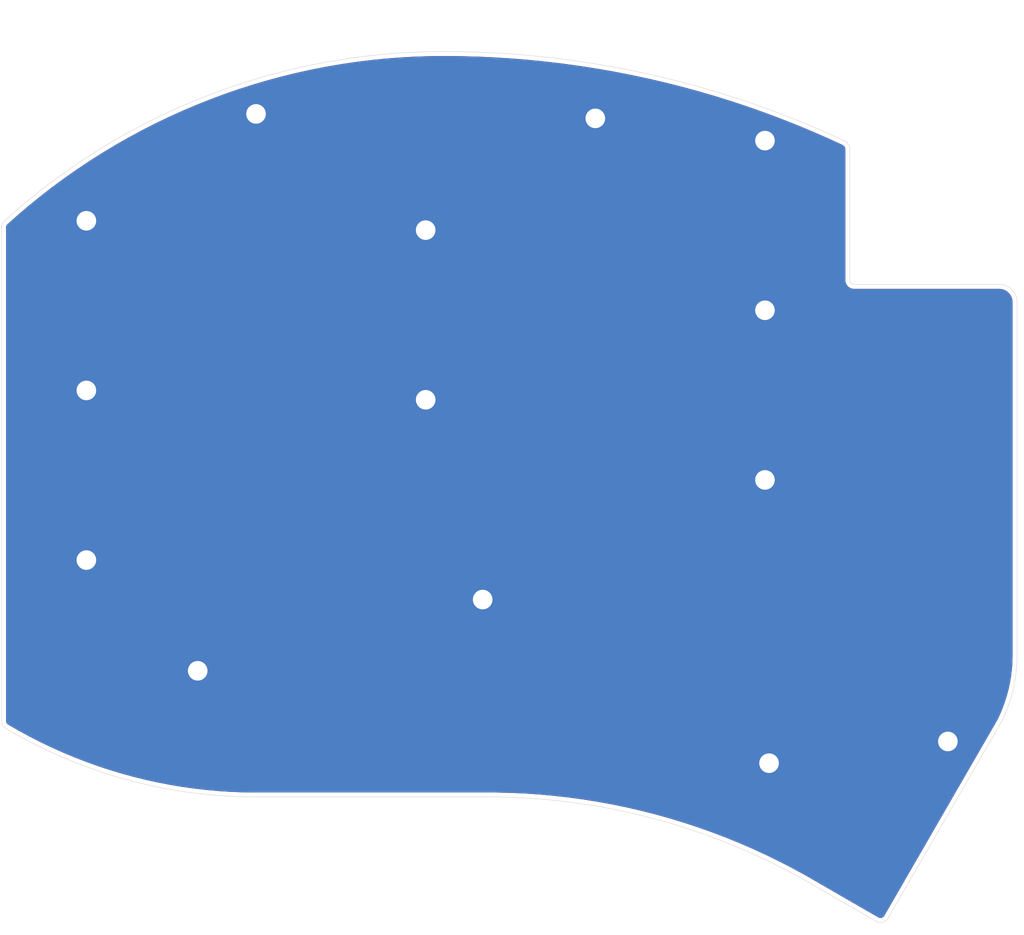
<source format=kicad_pcb>
(kicad_pcb (version 20221018) (generator pcbnew)
  (layers (0 "F.Cu" signal) (31 "B.Cu" signal) (34 "B.Paste" user) (35 "F.Paste" user) (36 "B.SilkS" user "B.Silkscreen") (37 "F.SilkS" user "F.Silkscreen") (38 "B.Mask" user) (39 "F.Mask" user) (44 "Edge.Cuts" user))
  (net 0 "")
  (net 1 "GND")
  (footprint "local:MountingHole_2.2mm_M2_Pad" (layer "F.Cu") (at 235.105481 98.337636)
    (fp_text reference "H12" hide)
    (fp_text value "MountingHole" hide)
    (pad "1" thru_hole circle (at 0 0) (size 4.2 4.2) (drill 2.2) (layers "*.Cu" "*.Mask") (net 1 "GND"))
  )
  (footprint "local:MountingHole_2.2mm_M2_Pad" (layer "F.Cu") (at 197.005477 89.337636)
    (fp_text reference "H7" hide)
    (fp_text value "MountingHole" hide)
    (pad "1" thru_hole circle (at 0 0) (size 4.2 4.2) (drill 2.2) (layers "*.Cu" "*.Mask") (net 1 "GND"))
  )
  (footprint "local:MountingHole_2.2mm_M2_Pad" (layer "F.Cu") (at 197.005477 70.287636)
    (fp_text reference "H6" hide)
    (fp_text value "MountingHole" hide)
    (pad "1" thru_hole circle (at 0 0) (size 4.2 4.2) (drill 2.2) (layers "*.Cu" "*.Mask") (net 1 "GND"))
  )
  (footprint "local:MountingHole_2.2mm_M2_Pad" (layer "F.Cu") (at 235.56383 130.145735 -22.5)
    (fp_text reference "H13" hide)
    (fp_text value "MountingHole" hide)
    (pad "1" thru_hole circle (at 0 0 337.5) (size 4.2 4.2) (drill 2.2) (layers "*.Cu" "*.Mask") (net 1 "GND"))
  )
  (footprint "local:MountingHole_2.2mm_M2_Pad" (layer "F.Cu") (at 171.405953 119.770761)
    (fp_text reference "H5" hide)
    (fp_text value "MountingHole" hide)
    (pad "1" thru_hole circle (at 0 0) (size 4.2 4.2) (drill 2.2) (layers "*.Cu" "*.Mask") (net 1 "GND"))
  )
  (footprint "local:MountingHole_2.2mm_M2_Pad" (layer "F.Cu") (at 216.055485 57.737644)
    (fp_text reference "H9" hide)
    (fp_text value "MountingHole" hide)
    (pad "1" thru_hole circle (at 0 0) (size 4.2 4.2) (drill 2.2) (layers "*.Cu" "*.Mask") (net 1 "GND"))
  )
  (footprint "local:MountingHole_2.2mm_M2_Pad" (layer "F.Cu") (at 235.105483 60.237639)
    (fp_text reference "H10" hide)
    (fp_text value "MountingHole" hide)
    (pad "1" thru_hole circle (at 0 0) (size 4.2 4.2) (drill 2.2) (layers "*.Cu" "*.Mask") (net 1 "GND"))
  )
  (footprint "local:MountingHole_2.2mm_M2_Pad" (layer "F.Cu") (at 203.405952 111.770761)
    (fp_text reference "H8" hide)
    (fp_text value "MountingHole" hide)
    (pad "1" thru_hole circle (at 0 0) (size 4.2 4.2) (drill 2.2) (layers "*.Cu" "*.Mask") (net 1 "GND"))
  )
  (footprint "local:MountingHole_2.2mm_M2_Pad" (layer "F.Cu") (at 255.644654 127.704898 -22.5)
    (fp_text reference "H14" hide)
    (fp_text value "MountingHole" hide)
    (pad "1" thru_hole circle (at 0 0 337.5) (size 4.2 4.2) (drill 2.2) (layers "*.Cu" "*.Mask") (net 1 "GND"))
  )
  (footprint "local:MountingHole_2.2mm_M2_Pad" (layer "F.Cu") (at 177.95548 57.238145)
    (fp_text reference "H4" hide)
    (fp_text value "MountingHole" hide)
    (pad "1" thru_hole circle (at 0 0) (size 4.2 4.2) (drill 2.2) (layers "*.Cu" "*.Mask") (net 1 "GND"))
  )
  (footprint "local:MountingHole_2.2mm_M2_Pad" (layer "F.Cu") (at 235.105484 79.287636)
    (fp_text reference "H11" hide)
    (fp_text value "MountingHole" hide)
    (pad "1" thru_hole circle (at 0 0) (size 4.2 4.2) (drill 2.2) (layers "*.Cu" "*.Mask") (net 1 "GND"))
  )
  (footprint "local:MountingHole_2.2mm_M2_Pad" (layer "F.Cu") (at 158.905476 69.238141)
    (fp_text reference "H1" hide)
    (fp_text value "MountingHole" hide)
    (pad "1" thru_hole circle (at 0 0) (size 4.2 4.2) (drill 2.2) (layers "*.Cu" "*.Mask") (net 1 "GND"))
  )
  (footprint "local:MountingHole_2.2mm_M2_Pad" (layer "F.Cu") (at 158.905474 88.288131)
    (fp_text reference "H2" hide)
    (fp_text value "MountingHole" hide)
    (pad "1" thru_hole circle (at 0 0) (size 4.2 4.2) (drill 2.2) (layers "*.Cu" "*.Mask") (net 1 "GND"))
  )
  (footprint "local:MountingHole_2.2mm_M2_Pad" (layer "F.Cu") (at 158.905485 107.33813)
    (fp_text reference "H3" hide)
    (fp_text value "MountingHole" hide)
    (pad "1" thru_hole circle (at 0 0) (size 4.2 4.2) (drill 2.2) (layers "*.Cu" "*.Mask") (net 1 "GND"))
  )
  (gr_line (start 261.411205 76.382542) (end 246.62988 76.382993) (stroke (width 0.05)) (layer "Edge.Cuts"))
  (gr_line (start 248.94193 147.527394) (end 261.664186 125.491606) (stroke (width 0.05)) (layer "Edge.Cuts"))
  (gr_line (start 247.575899 147.893429) (end 240.193214 143.631026) (stroke (width 0.05)) (layer "Edge.Cuts"))
  (gr_line (start 263.411195 78.382678) (end 263.410878 118.167445) (stroke (width 0.05)) (layer "Edge.Cuts"))
  (gr_arc (start 199.005222 50.237213) (mid 222.083041 52.778869) (end 244.05468 60.281727) (stroke (width 0.05)) (layer "Edge.Cuts"))
  (gr_arc (start 263.410878 118.167445) (mid 262.953809 121.928801) (end 261.664186 125.491606) (stroke (width 0.05)) (layer "Edge.Cuts"))
  (gr_arc (start 177.95579 133.938631) (mid 163.386992 131.978508) (end 149.854276 126.237641) (stroke (width 0.05)) (layer "Edge.Cuts"))
  (gr_line (start 204.017673 133.93829) (end 177.95579 133.938631) (stroke (width 0.05)) (layer "Edge.Cuts"))
  (gr_line (start 149.380883 125.388283) (end 149.380883 69.988384) (stroke (width 0.05)) (layer "Edge.Cuts"))
  (gr_arc (start 149.854276 126.237641) (mid 149.507249 125.874449) (end 149.380874 125.388283) (stroke (width 0.05)) (layer "Edge.Cuts"))
  (gr_arc (start 244.05468 60.281727) (mid 244.474007 60.65085) (end 244.629936 61.187303) (stroke (width 0.05)) (layer "Edge.Cuts"))
  (gr_arc (start 245.129942 76.383169) (mid 244.776404 76.236708) (end 244.629936 75.883166) (stroke (width 0.05)) (layer "Edge.Cuts"))
  (gr_line (start 245.129942 76.383169) (end 246.62988 76.382993) (stroke (width 0.05)) (layer "Edge.Cuts"))
  (gr_arc (start 149.704682 69.25173) (mid 172.585078 55.155571) (end 199.005222 50.237213) (stroke (width 0.05)) (layer "Edge.Cuts"))
  (gr_arc (start 261.411205 76.382542) (mid 262.825394 76.968443) (end 263.411195 78.382678) (stroke (width 0.05)) (layer "Edge.Cuts"))
  (gr_arc (start 248.94193 147.527394) (mid 248.334723 147.993355) (end 247.575899 147.893429) (stroke (width 0.05)) (layer "Edge.Cuts"))
  (gr_arc (start 204.017673 133.93829) (mid 222.743452 136.403462) (end 240.193214 143.631026) (stroke (width 0.05)) (layer "Edge.Cuts"))
  (gr_arc (start 149.380883 69.988384) (mid 149.46543 69.586053) (end 149.704682 69.25173) (stroke (width 0.05)) (layer "Edge.Cuts"))
  (gr_line (start 244.629936 75.883166) (end 244.629936 61.187303) (stroke (width 0.05)) (layer "Edge.Cuts"))
  (zone (net 1) (net_name "GND") (layers "F&B.Cu") (connect_pads yes (clearance 0.254)) (min_thickness 0.25) (fill yes (thermal_gap 0.5) (thermal_bridge_width 0.5))
    (polygon (pts (xy 149.95006 44.5) (xy 264.206127 44.44644) (xy 264.206127 149.44644) (xy 149.206127 149.44644) (xy 149.206127 49.44644)))
  )
)
</source>
